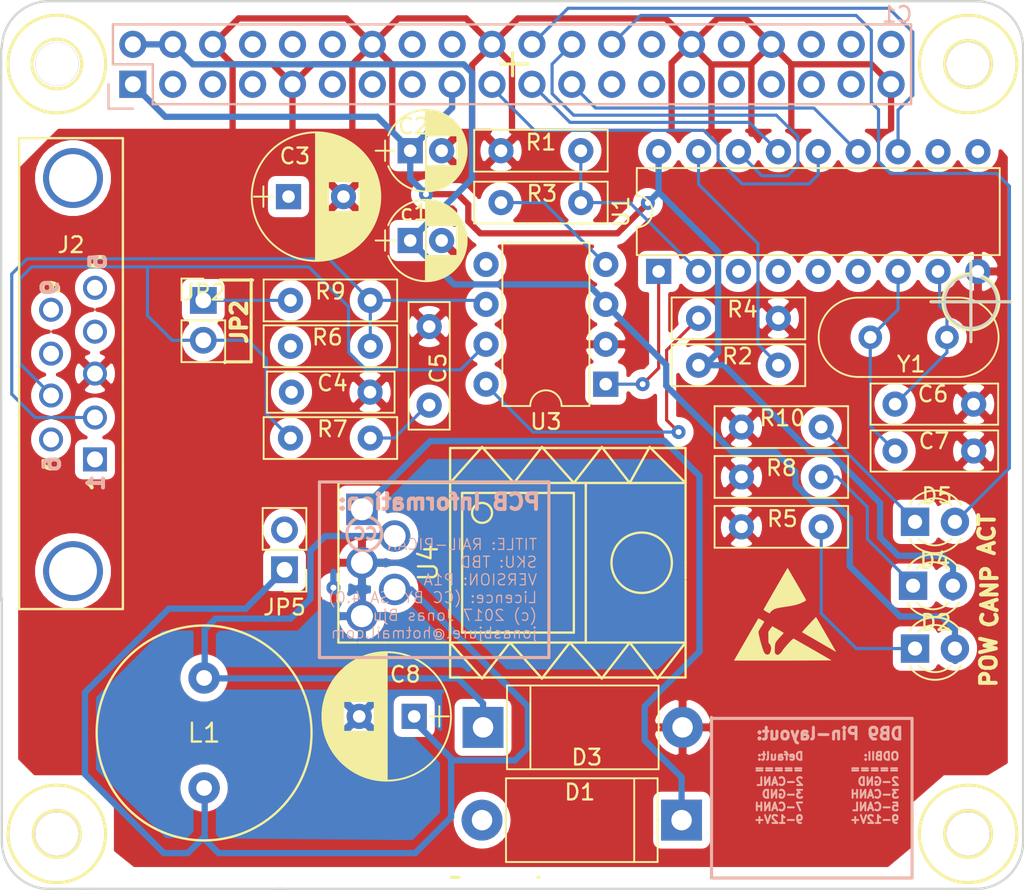
<source format=kicad_pcb>
(kicad_pcb (version 20171130) (host pcbnew "(5.1.4)-1")
  (title_block (title RAIL-PICAN) (date 2017-01-20) (rev P1A) (company "Jonas Bjurel (jonasbjurel@hotmail.com)") (comment 1 "Raspberry PI CANBUS interface HAT ") (comment 2 http://skpang.co.uk/catalog/pican2-canbus-board-for-raspberry-pi-23-p-1475.html))
  (layers (0 F.Cu signal) (31 B.Cu signal) (34 B.Paste user) (35 F.Paste user) (36 B.SilkS user hide) (37 F.SilkS user hide) (38 B.Mask user) (39 F.Mask user) (44 Edge.Cuts user))
  (net 0 "")
  (net 1 GND)
  (net 2 PI_5V)
  (net 3 PI_3V3)
  (net 4 "Net-(C1-Pad3)")
  (net 5 "Net-(C1-Pad5)")
  (net 6 "Net-(C1-Pad7)")
  (net 7 "Net-(C1-Pad8)")
  (net 8 "Net-(C1-Pad10)")
  (net 9 "Net-(C1-Pad11)")
  (net 10 "Net-(C1-Pad12)")
  (net 11 "Net-(C1-Pad13)")
  (net 12 "Net-(C1-Pad15)")
  (net 13 "Net-(C1-Pad16)")
  (net 14 "Net-(C1-Pad18)")
  (net 15 PI_SPI_MOSI)
  (net 16 PI_SPI_MISO)
  (net 17 PI_SPI_SCLK)
  (net 18 ~PI_SPI_CE0)
  (net 19 "Net-(C1-Pad25)")
  (net 20 ~PI_SPI_CE1)
  (net 21 "Net-(C1-Pad27)")
  (net 22 "Net-(C1-Pad28)")
  (net 23 "Net-(C1-Pad29)")
  (net 24 "Net-(C1-Pad31)")
  (net 25 "Net-(C1-Pad32)")
  (net 26 "Net-(C1-Pad33)")
  (net 27 "Net-(C1-Pad35)")
  (net 28 "Net-(C1-Pad36)")
  (net 29 "Net-(C1-Pad37)")
  (net 30 "Net-(C1-Pad38)")
  (net 31 "Net-(C1-Pad40)")
  (net 32 "Net-(C3-Pad1)")
  (net 33 "Net-(C4-Pad1)")
  (net 34 "Net-(C5-Pad1)")
  (net 35 OSC1)
  (net 36 +12V)
  (net 37 "Net-(D2-Pad1)")
  (net 38 "Net-(D4-Pad1)")
  (net 39 "Net-(D5-Pad1)")
  (net 40 CANH)
  (net 41 CANL)
  (net 42 "Net-(J2-Pad4)")
  (net 43 "Net-(J2-Pad5)")
  (net 44 "Net-(J2-Pad6)")
  (net 45 "Net-(J2-Pad8)")
  (net 46 "Net-(JP2-Pad1)")
  (net 47 "Net-(R1-Pad1)")
  (net 48 RST)
  (net 49 "Net-(R3-Pad1)")
  (net 50 "Net-(R4-Pad1)")
  (net 51 "Net-(U1-Pad1)")
  (net 52 "Net-(U1-Pad10)")
  (net 53 "Net-(U1-Pad11)")
  (net 54 "Net-(U1-Pad3)")
  (net 55 "Net-(U1-Pad4)")
  (net 56 "Net-(U1-Pad5)")
  (net 57 "Net-(U1-Pad6)")
  (net 58 OSC2)
  (net 59 "Net-(U3-Pad5)")
  (net 60 "Net-(C8-Pad1)")
  (net 61 "Net-(J2-Pad1)")
  (net 62 PI_SPI_INT)
  (net 63 "Net-(D3-Pad1)")
  (module railpican:coil_7mm (layer F.Cu) (at 30.1244 63.0936)
    (fp_text reference L1 (at 0 0) (layer F.SilkS) (effects (font (size 1.2 1.2))))
    (fp_text value "100 uH" hide)
    (pad 1 thru_hole oval (at 0 -3.5) (size 2 2) (drill 1) (layers *.Cu *.Mask) (net 63 "Net-(D3-Pad1)"))
    (pad 2 thru_hole oval (at 0 3.5) (size 2 2) (drill 1) (layers *.Cu *.Mask) (net 60 "Net-(C8-Pad1)"))
  )
  (module Capacitors_THT:CP_Radial_D8.0mm_P3.50mm (layer F.Cu) (at 43.4975 62.0395 180)
    (fp_text reference C8 (at 0.5715 2.667 180) (layer F.SilkS))
    (fp_text value "1000 uF")
    (pad 1 thru_hole rect (at 0 0 180) (size 1.6 1.6) (drill 0.8) (layers *.Cu *.Mask) (net 60 "Net-(C8-Pad1)"))
    (pad 2 thru_hole circle (at 3.5 0 180) (size 1.6 1.6) (drill 0.8) (layers *.Cu *.Mask) (net 1 GND))
  )
  (module Capacitors_THT:CP_Radial_D5.0mm_P2.00mm (layer F.Cu) (at 43.2435 31.75)
    (fp_text reference c1 (at 0.254 -1.778) (layer F.SilkS))
    (fp_text value 0.1uF)
    (pad 1 thru_hole rect (at 0 0) (size 1.6 1.6) (drill 0.8) (layers *.Cu *.Mask) (net 2 PI_5V))
    (pad 2 thru_hole circle (at 2 0) (size 1.6 1.6) (drill 0.8) (layers *.Cu *.Mask) (net 1 GND))
  )
  (module Housings_DIP:DIP-18_W7.62mm (layer F.Cu) (at 59.055 33.7185 90)
    (fp_text reference U1 (at 3.81 -2.39 90) (layer F.SilkS))
    (fp_text value MCP2515-E/ST-DIP)
    (pad 1 thru_hole rect (at 0 0 90) (size 1.6 1.6) (drill 0.8) (layers *.Cu *.Mask) (net 51 "Net-(U1-Pad1)"))
    (pad 10 thru_hole oval (at 7.62 20.32 90) (size 1.6 1.6) (drill 0.8) (layers *.Cu *.Mask) (net 52 "Net-(U1-Pad10)"))
    (pad 2 thru_hole oval (at 0 2.54 90) (size 1.6 1.6) (drill 0.8) (layers *.Cu *.Mask) (net 47 "Net-(R1-Pad1)"))
    (pad 11 thru_hole oval (at 7.62 17.78 90) (size 1.6 1.6) (drill 0.8) (layers *.Cu *.Mask) (net 53 "Net-(U1-Pad11)"))
    (pad 3 thru_hole oval (at 0 5.08 90) (size 1.6 1.6) (drill 0.8) (layers *.Cu *.Mask) (net 54 "Net-(U1-Pad3)"))
    (pad 12 thru_hole oval (at 7.62 15.24 90) (size 1.6 1.6) (drill 0.8) (layers *.Cu *.Mask) (net 62 PI_SPI_INT))
    (pad 4 thru_hole oval (at 0 7.62 90) (size 1.6 1.6) (drill 0.8) (layers *.Cu *.Mask) (net 55 "Net-(U1-Pad4)"))
    (pad 13 thru_hole oval (at 7.62 12.7 90) (size 1.6 1.6) (drill 0.8) (layers *.Cu *.Mask) (net 17 PI_SPI_SCLK))
    (pad 5 thru_hole oval (at 0 10.16 90) (size 1.6 1.6) (drill 0.8) (layers *.Cu *.Mask) (net 56 "Net-(U1-Pad5)"))
    (pad 14 thru_hole oval (at 7.62 10.16 90) (size 1.6 1.6) (drill 0.8) (layers *.Cu *.Mask) (net 15 PI_SPI_MOSI))
    (pad 6 thru_hole oval (at 0 12.7 90) (size 1.6 1.6) (drill 0.8) (layers *.Cu *.Mask) (net 57 "Net-(U1-Pad6)"))
    (pad 15 thru_hole oval (at 7.62 7.62 90) (size 1.6 1.6) (drill 0.8) (layers *.Cu *.Mask) (net 16 PI_SPI_MISO))
    (pad 7 thru_hole oval (at 0 15.24 90) (size 1.6 1.6) (drill 0.8) (layers *.Cu *.Mask) (net 58 OSC2))
    (pad 16 thru_hole oval (at 7.62 5.08 90) (size 1.6 1.6) (drill 0.8) (layers *.Cu *.Mask) (net 18 ~PI_SPI_CE0))
    (pad 8 thru_hole oval (at 0 17.78 90) (size 1.6 1.6) (drill 0.8) (layers *.Cu *.Mask) (net 35 OSC1))
    (pad 17 thru_hole oval (at 7.62 2.54 90) (size 1.6 1.6) (drill 0.8) (layers *.Cu *.Mask) (net 48 RST))
    (pad 9 thru_hole oval (at 0 20.32 90) (size 1.6 1.6) (drill 0.8) (layers *.Cu *.Mask) (net 1 GND))
    (pad 18 thru_hole oval (at 7.62 0 90) (size 1.6 1.6) (drill 0.8) (layers *.Cu *.Mask) (net 3 PI_3V3))
  )
  (module Crystals:Crystal_HC49-4H_Vertical (layer F.Cu) (at 77.4065 37.9095 180)
    (fp_text reference Y1 (at 2.2733 -1.7145 180) (layer F.SilkS))
    (fp_text value Crystal)
    (pad 1 thru_hole circle (at 0 0 180) (size 1.5 1.5) (drill 0.8) (layers *.Cu *.Mask) (net 35 OSC1))
    (pad 2 thru_hole circle (at 4.88 0 180) (size 1.5 1.5) (drill 0.8) (layers *.Cu *.Mask) (net 58 OSC2))
  )
  (module Resistors_THT:R_Box_L8.4mm_W2.5mm_P5.08mm (layer F.Cu) (at 64.3255 46.7995)
    (fp_text reference R8 (at 2.54 -0.5715) (layer F.SilkS))
    (fp_text value 1k)
    (pad 1 thru_hole circle (at 0 0) (size 1.6 1.6) (drill 0.8) (layers *.Cu *.Mask) (net 1 GND))
    (pad 2 thru_hole circle (at 5.08 0) (size 1.6 1.6) (drill 0.8) (layers *.Cu *.Mask) (net 38 "Net-(D4-Pad1)"))
  )
  (module Symbols:ESD-Logo_6.6x6mm_SilkScreen (layer F.Cu) (at 67.1068 55.5244)
    (fp_text reference REF*** hide)
    (fp_text value ESD-Logo_6.6x6mm_SilkScreen hide)
  )
  (module Diodes_THT:D_DO-201_P12.70mm_Horizontal (layer F.Cu) (at 47.879 62.738)
    (fp_text reference D3 (at 6.604 1.905) (layer F.SilkS))
    (fp_text value 1N5822)
    (pad 1 thru_hole rect (at 0 0) (size 2.6 2.6) (drill 1.3) (layers *.Cu *.Mask) (net 63 "Net-(D3-Pad1)"))
    (pad 2 thru_hole oval (at 12.7 0) (size 2.6 2.6) (drill 1.3) (layers *.Cu *.Mask) (net 1 GND))
  )
  (module railpican:TO220-5-Horizontal-Heatsink (layer F.Cu) (at 41.2115 52.2605 270)
    (fp_text reference U4 (at 0 -3.175 90) (layer F.SilkS) (effects (font (size 1.2 1.2))))
    (fp_text value LM2576-5)
    (pad 1 thru_hole rect (at -3.4 1.04 270) (size 2 2) (drill 1.4) (layers *.Cu *.Mask) (net 32 "Net-(C3-Pad1)"))
    (pad 2 thru_hole oval (at -1.7 -1.04 270) (size 2 2) (drill 1.4) (layers *.Cu *.Mask) (net 63 "Net-(D3-Pad1)"))
    (pad 3 thru_hole oval (at 0 1.04 270) (size 2 2) (drill 1.4) (layers *.Cu *.Mask) (net 1 GND))
    (pad 4 thru_hole oval (at 1.7 -1.04 270) (size 2 2) (drill 1.4) (layers *.Cu *.Mask) (net 60 "Net-(C8-Pad1)"))
    (pad 5 thru_hole oval (at 3.4 1.04 270) (size 2 2) (drill 1.4) (layers *.Cu *.Mask) (net 1 GND))
  )
  (module Connectors:DB9FD (layer F.Cu) (at 21.6535 40.2209 270)
    (fp_text reference J2 (at -8.1915 0 180) (layer F.SilkS))
    (fp_text value DB9)
    (pad 0 thru_hole circle (at -12.446 -0.127 270) (size 3.81 3.81) (drill 3.048) (layers *.Cu *.Mask))
    (pad 0 thru_hole circle (at 12.573 -0.127 270) (size 3.81 3.81) (drill 3.048) (layers *.Cu *.Mask))
    (pad 1 thru_hole rect (at 5.461 -1.524 270) (size 1.524 1.524) (drill 1.016) (layers *.Cu *.Mask) (net 61 "Net-(J2-Pad1)"))
    (pad 2 thru_hole circle (at 2.794 -1.524 270) (size 1.524 1.524) (drill 1.016) (layers *.Cu *.Mask) (net 41 CANL))
    (pad 3 thru_hole circle (at 0 -1.524 270) (size 1.524 1.524) (drill 1.016) (layers *.Cu *.Mask) (net 1 GND))
    (pad 4 thru_hole circle (at -2.667 -1.524 270) (size 1.524 1.524) (drill 1.016) (layers *.Cu *.Mask) (net 42 "Net-(J2-Pad4)"))
    (pad 5 thru_hole circle (at -5.461 -1.524 270) (size 1.524 1.524) (drill 1.016) (layers *.Cu *.Mask) (net 43 "Net-(J2-Pad5)"))
    (pad 6 thru_hole circle (at 4.191 1.27 270) (size 1.524 1.524) (drill 1.016) (layers *.Cu *.Mask) (net 44 "Net-(J2-Pad6)"))
    (pad 7 thru_hole circle (at 1.397 1.27 270) (size 1.524 1.524) (drill 1.016) (layers *.Cu *.Mask) (net 40 CANH))
    (pad 8 thru_hole circle (at -1.27 1.27 270) (size 1.524 1.524) (drill 1.016) (layers *.Cu *.Mask) (net 45 "Net-(J2-Pad8)"))
    (pad 9 thru_hole circle (at -4.064 1.27 270) (size 1.524 1.524) (drill 1.016) (layers *.Cu *.Mask) (net 36 +12V))
  )
  (module Socket_Strips:Socket_Strip_Straight_2x20 (layer B.Cu) (at 25.5905 21.8059)
    (fp_text reference C1 (at 48.641 -4.445) (layer B.SilkS) (effects (justify mirror)))
    (fp_text value CONN_02X20)
    (pad 1 thru_hole rect (at 0 0) (size 1.7272 1.7272) (drill 1.016) (layers *.Cu *.Mask) (net 3 PI_3V3))
    (pad 2 thru_hole oval (at 0 -2.54) (size 1.7272 1.7272) (drill 1.016) (layers *.Cu *.Mask) (net 2 PI_5V))
    (pad 3 thru_hole oval (at 2.54 0) (size 1.7272 1.7272) (drill 1.016) (layers *.Cu *.Mask) (net 4 "Net-(C1-Pad3)"))
    (pad 4 thru_hole oval (at 2.54 -2.54) (size 1.7272 1.7272) (drill 1.016) (layers *.Cu *.Mask) (net 2 PI_5V))
    (pad 5 thru_hole oval (at 5.08 0) (size 1.7272 1.7272) (drill 1.016) (layers *.Cu *.Mask) (net 5 "Net-(C1-Pad5)"))
    (pad 6 thru_hole oval (at 5.08 -2.54) (size 1.7272 1.7272) (drill 1.016) (layers *.Cu *.Mask) (net 1 GND))
    (pad 7 thru_hole oval (at 7.62 0) (size 1.7272 1.7272) (drill 1.016) (layers *.Cu *.Mask) (net 6 "Net-(C1-Pad7)"))
    (pad 8 thru_hole oval (at 7.62 -2.54) (size 1.7272 1.7272) (drill 1.016) (layers *.Cu *.Mask) (net 7 "Net-(C1-Pad8)"))
    (pad 9 thru_hole oval (at 10.16 0) (size 1.7272 1.7272) (drill 1.016) (layers *.Cu *.Mask) (net 1 GND))
    (pad 10 thru_hole oval (at 10.16 -2.54) (size 1.7272 1.7272) (drill 1.016) (layers *.Cu *.Mask) (net 8 "Net-(C1-Pad10)"))
    (pad 11 thru_hole oval (at 12.7 0) (size 1.7272 1.7272) (drill 1.016) (layers *.Cu *.Mask) (net 9 "Net-(C1-Pad11)"))
    (pad 12 thru_hole oval (at 12.7 -2.54) (size 1.7272 1.7272) (drill 1.016) (layers *.Cu *.Mask) (net 10 "Net-(C1-Pad12)"))
    (pad 13 thru_hole oval (at 15.24 0) (size 1.7272 1.7272) (drill 1.016) (layers *.Cu *.Mask) (net 11 "Net-(C1-Pad13)"))
    (pad 14 thru_hole oval (at 15.24 -2.54) (size 1.7272 1.7272) (drill 1.016) (layers *.Cu *.Mask) (net 1 GND))
    (pad 15 thru_hole oval (at 17.78 0) (size 1.7272 1.7272) (drill 1.016) (layers *.Cu *.Mask) (net 12 "Net-(C1-Pad15)"))
    (pad 16 thru_hole oval (at 17.78 -2.54) (size 1.7272 1.7272) (drill 1.016) (layers *.Cu *.Mask) (net 13 "Net-(C1-Pad16)"))
    (pad 17 thru_hole oval (at 20.32 0) (size 1.7272 1.7272) (drill 1.016) (layers *.Cu *.Mask) (net 3 PI_3V3))
    (pad 18 thru_hole oval (at 20.32 -2.54) (size 1.7272 1.7272) (drill 1.016) (layers *.Cu *.Mask) (net 14 "Net-(C1-Pad18)"))
    (pad 19 thru_hole oval (at 22.86 0) (size 1.7272 1.7272) (drill 1.016) (layers *.Cu *.Mask) (net 15 PI_SPI_MOSI))
    (pad 20 thru_hole oval (at 22.86 -2.54) (size 1.7272 1.7272) (drill 1.016) (layers *.Cu *.Mask) (net 1 GND))
    (pad 21 thru_hole oval (at 25.4 0) (size 1.7272 1.7272) (drill 1.016) (layers *.Cu *.Mask) (net 16 PI_SPI_MISO))
    (pad 22 thru_hole oval (at 25.4 -2.54) (size 1.7272 1.7272) (drill 1.016) (layers *.Cu *.Mask) (net 62 PI_SPI_INT))
    (pad 23 thru_hole oval (at 27.94 0) (size 1.7272 1.7272) (drill 1.016) (layers *.Cu *.Mask) (net 17 PI_SPI_SCLK))
    (pad 24 thru_hole oval (at 27.94 -2.54) (size 1.7272 1.7272) (drill 1.016) (layers *.Cu *.Mask) (net 18 ~PI_SPI_CE0))
    (pad 25 thru_hole oval (at 30.48 0) (size 1.7272 1.7272) (drill 1.016) (layers *.Cu *.Mask) (net 19 "Net-(C1-Pad25)"))
    (pad 26 thru_hole oval (at 30.48 -2.54) (size 1.7272 1.7272) (drill 1.016) (layers *.Cu *.Mask) (net 20 ~PI_SPI_CE1))
    (pad 27 thru_hole oval (at 33.02 0) (size 1.7272 1.7272) (drill 1.016) (layers *.Cu *.Mask) (net 21 "Net-(C1-Pad27)"))
    (pad 28 thru_hole oval (at 33.02 -2.54) (size 1.7272 1.7272) (drill 1.016) (layers *.Cu *.Mask) (net 22 "Net-(C1-Pad28)"))
    (pad 29 thru_hole oval (at 35.56 0) (size 1.7272 1.7272) (drill 1.016) (layers *.Cu *.Mask) (net 23 "Net-(C1-Pad29)"))
    (pad 30 thru_hole oval (at 35.56 -2.54) (size 1.7272 1.7272) (drill 1.016) (layers *.Cu *.Mask) (net 1 GND))
    (pad 31 thru_hole oval (at 38.1 0) (size 1.7272 1.7272) (drill 1.016) (layers *.Cu *.Mask) (net 24 "Net-(C1-Pad31)"))
    (pad 32 thru_hole oval (at 38.1 -2.54) (size 1.7272 1.7272) (drill 1.016) (layers *.Cu *.Mask) (net 25 "Net-(C1-Pad32)"))
    (pad 33 thru_hole oval (at 40.64 0) (size 1.7272 1.7272) (drill 1.016) (layers *.Cu *.Mask) (net 26 "Net-(C1-Pad33)"))
    (pad 34 thru_hole oval (at 40.64 -2.54) (size 1.7272 1.7272) (drill 1.016) (layers *.Cu *.Mask) (net 1 GND))
    (pad 35 thru_hole oval (at 43.18 0) (size 1.7272 1.7272) (drill 1.016) (layers *.Cu *.Mask) (net 27 "Net-(C1-Pad35)"))
    (pad 36 thru_hole oval (at 43.18 -2.54) (size 1.7272 1.7272) (drill 1.016) (layers *.Cu *.Mask) (net 28 "Net-(C1-Pad36)"))
    (pad 37 thru_hole oval (at 45.72 0) (size 1.7272 1.7272) (drill 1.016) (layers *.Cu *.Mask) (net 29 "Net-(C1-Pad37)"))
    (pad 38 thru_hole oval (at 45.72 -2.54) (size 1.7272 1.7272) (drill 1.016) (layers *.Cu *.Mask) (net 30 "Net-(C1-Pad38)"))
    (pad 39 thru_hole oval (at 48.26 0) (size 1.7272 1.7272) (drill 1.016) (layers *.Cu *.Mask) (net 1 GND))
    (pad 40 thru_hole oval (at 48.26 -2.54) (size 1.7272 1.7272) (drill 1.016) (layers *.Cu *.Mask) (net 31 "Net-(C1-Pad40)"))
  )
  (module Resistors_THT:R_Box_L8.4mm_W2.5mm_P5.08mm (layer F.Cu) (at 35.6235 44.323)
    (fp_text reference R7 (at 2.667 -0.5715) (layer F.SilkS))
    (fp_text value 100)
    (pad 1 thru_hole circle (at 0 0) (size 1.6 1.6) (drill 0.8) (layers *.Cu *.Mask) (net 40 CANH))
    (pad 2 thru_hole circle (at 5.08 0) (size 1.6 1.6) (drill 0.8) (layers *.Cu *.Mask) (net 34 "Net-(C5-Pad1)"))
  )
  (module Resistors_THT:R_Box_L8.4mm_W2.5mm_P5.08mm (layer F.Cu) (at 35.6235 35.56)
    (fp_text reference R9 (at 2.54 -0.5715) (layer F.SilkS))
    (fp_text value 120)
    (pad 1 thru_hole circle (at 0 0) (size 1.6 1.6) (drill 0.8) (layers *.Cu *.Mask) (net 46 "Net-(JP2-Pad1)"))
    (pad 2 thru_hole circle (at 5.08 0) (size 1.6 1.6) (drill 0.8) (layers *.Cu *.Mask) (net 41 CANL))
  )
  (module Housings_DIP:DIP-8_W7.62mm (layer F.Cu) (at 55.6895 40.894 180)
    (fp_text reference U3 (at 3.81 -2.39 180) (layer F.SilkS))
    (fp_text value MCP2551-I/P)
    (pad 1 thru_hole rect (at 0 0 180) (size 1.6 1.6) (drill 0.8) (layers *.Cu *.Mask) (net 51 "Net-(U1-Pad1)"))
    (pad 5 thru_hole oval (at 7.62 7.62 180) (size 1.6 1.6) (drill 0.8) (layers *.Cu *.Mask) (net 59 "Net-(U3-Pad5)"))
    (pad 2 thru_hole oval (at 0 2.54 180) (size 1.6 1.6) (drill 0.8) (layers *.Cu *.Mask) (net 1 GND))
    (pad 6 thru_hole oval (at 7.62 5.08 180) (size 1.6 1.6) (drill 0.8) (layers *.Cu *.Mask) (net 41 CANL))
    (pad 3 thru_hole oval (at 0 5.08 180) (size 1.6 1.6) (drill 0.8) (layers *.Cu *.Mask) (net 2 PI_5V))
    (pad 7 thru_hole oval (at 7.62 2.54 180) (size 1.6 1.6) (drill 0.8) (layers *.Cu *.Mask) (net 40 CANH))
    (pad 4 thru_hole oval (at 0 7.62 180) (size 1.6 1.6) (drill 0.8) (layers *.Cu *.Mask) (net 49 "Net-(R3-Pad1)"))
    (pad 8 thru_hole oval (at 7.62 0 180) (size 1.6 1.6) (drill 0.8) (layers *.Cu *.Mask) (net 50 "Net-(R4-Pad1)"))
  )
  (module Resistors_THT:R_Box_L8.4mm_W2.5mm_P5.08mm (layer F.Cu) (at 64.3255 49.9745)
    (fp_text reference R5 (at 2.6035 -0.508) (layer F.SilkS))
    (fp_text value 1k)
    (pad 1 thru_hole circle (at 0 0) (size 1.6 1.6) (drill 0.8) (layers *.Cu *.Mask) (net 1 GND))
    (pad 2 thru_hole circle (at 5.08 0) (size 1.6 1.6) (drill 0.8) (layers *.Cu *.Mask) (net 37 "Net-(D2-Pad1)"))
  )
  (module Diodes_THT:D_DO-201_P12.70mm_Horizontal (layer F.Cu) (at 60.5155 68.6435 180)
    (fp_text reference D1 (at 6.477 1.778 180) (layer F.SilkS))
    (fp_text value 1N5822)
    (pad 1 thru_hole rect (at 0 0 180) (size 2.6 2.6) (drill 1.3) (layers *.Cu *.Mask) (net 32 "Net-(C3-Pad1)"))
    (pad 2 thru_hole oval (at 12.7 0 180) (size 2.6 2.6) (drill 1.3) (layers *.Cu *.Mask) (net 36 +12V))
  )
  (module Capacitors_THT:CP_Radial_D8.0mm_P3.50mm (layer F.Cu) (at 35.4965 28.956)
    (fp_text reference C3 (at 0.4064 -2.5781) (layer F.SilkS))
    (fp_text value "100 uF")
    (pad 1 thru_hole rect (at 0 0) (size 1.6 1.6) (drill 0.8) (layers *.Cu *.Mask) (net 32 "Net-(C3-Pad1)"))
    (pad 2 thru_hole circle (at 3.5 0) (size 1.6 1.6) (drill 0.8) (layers *.Cu *.Mask) (net 1 GND))
  )
  (module dsk-drill-rpi-hat (layer F.Cu) (at 20.7525 69.5169)
    (fp_text reference H1 hide)
    (fp_text value DRILL hide)
    (pad 1 thru_hole circle (at 0 0) (size 2.75 2.75) (drill 2.75) (layers *.Cu) (clearance 1.725))
  )
  (module dsk-drill-rpi-hat (layer F.Cu) (at 78.7525 69.5169)
    (fp_text reference H2 hide)
    (fp_text value DRILL hide)
    (pad 1 thru_hole circle (at 0 0) (size 2.75 2.75) (drill 2.75) (layers *.Cu) (clearance 1.725))
  )
  (module dsk-drill-rpi-hat (layer F.Cu) (at 78.7525 20.5169)
    (fp_text reference H4 hide)
    (fp_text value DRILL hide)
    (pad 1 thru_hole circle (at 0 0) (size 2.75 2.75) (drill 2.75) (layers *.Cu) (clearance 1.725))
  )
  (module dsk-drill-rpi-hat (layer F.Cu) (at 20.7525 20.5169)
    (fp_text reference H3 hide)
    (fp_text value DRILL hide)
    (pad 1 thru_hole circle (at 0 0) (size 2.75 2.75) (drill 2.75) (layers *.Cu) (clearance 1.725))
  )
  (module Capacitors_THT:CP_Radial_D5.0mm_P2.00mm (layer F.Cu) (at 43.2435 26.035)
    (fp_text reference C2 (at 0.2032 -1.5621) (layer F.SilkS))
    (fp_text value 0.1uF)
    (pad 1 thru_hole rect (at 0 0) (size 1.6 1.6) (drill 0.8) (layers *.Cu *.Mask) (net 3 PI_3V3))
    (pad 2 thru_hole circle (at 2 0) (size 1.6 1.6) (drill 0.8) (layers *.Cu *.Mask) (net 1 GND))
  )
  (module Capacitors_THT:C_Disc_D8.0mm_W2.5mm_P5.00mm (layer F.Cu) (at 35.687 41.402)
    (fp_text reference C4 (at 2.6035 -0.5715) (layer F.SilkS))
    (fp_text value 560pF)
    (pad 1 thru_hole circle (at 0 0) (size 1.6 1.6) (drill 0.8) (layers *.Cu *.Mask) (net 33 "Net-(C4-Pad1)"))
    (pad 2 thru_hole circle (at 5 0) (size 1.6 1.6) (drill 0.8) (layers *.Cu *.Mask) (net 1 GND))
  )
  (module Capacitors_THT:C_Disc_D8.0mm_W2.5mm_P5.00mm (layer F.Cu) (at 44.45 42.2275 90)
    (fp_text reference C5 (at 2.3495 0.5715 90) (layer F.SilkS))
    (fp_text value 560pF)
    (pad 1 thru_hole circle (at 0 0 90) (size 1.6 1.6) (drill 0.8) (layers *.Cu *.Mask) (net 34 "Net-(C5-Pad1)"))
    (pad 2 thru_hole circle (at 5 0 90) (size 1.6 1.6) (drill 0.8) (layers *.Cu *.Mask) (net 1 GND))
  )
  (module Capacitors_THT:C_Disc_D8.0mm_W2.5mm_P5.00mm (layer F.Cu) (at 74.1045 42.164)
    (fp_text reference C6 (at 2.413 -0.635) (layer F.SilkS))
    (fp_text value "22 pF")
    (pad 1 thru_hole circle (at 0 0) (size 1.6 1.6) (drill 0.8) (layers *.Cu *.Mask) (net 35 OSC1))
    (pad 2 thru_hole circle (at 5 0) (size 1.6 1.6) (drill 0.8) (layers *.Cu *.Mask) (net 1 GND))
  )
  (module Capacitors_THT:C_Disc_D8.0mm_W2.5mm_P5.00mm (layer F.Cu) (at 74.1045 45.1485)
    (fp_text reference C7 (at 2.4765 -0.635) (layer F.SilkS))
    (fp_text value "22 pF")
    (pad 1 thru_hole circle (at 0 0) (size 1.6 1.6) (drill 0.8) (layers *.Cu *.Mask) (net 58 OSC2))
    (pad 2 thru_hole circle (at 5 0) (size 1.6 1.6) (drill 0.8) (layers *.Cu *.Mask) (net 1 GND))
  )
  (module LEDs:LED_D3.0mm (layer F.Cu) (at 75.3745 57.7215)
    (fp_text reference D2 (at 1.3335 -1.651) (layer F.SilkS))
    (fp_text value GREEN)
    (pad 1 thru_hole rect (at 0 0) (size 1.8 1.8) (drill 0.9) (layers *.Cu *.Mask) (net 37 "Net-(D2-Pad1)"))
    (pad 2 thru_hole circle (at 2.54 0) (size 1.8 1.8) (drill 0.9) (layers *.Cu *.Mask) (net 2 PI_5V))
  )
  (module LEDs:LED_D3.0mm (layer F.Cu) (at 75.2475 53.721)
    (fp_text reference D4 (at 1.397 -1.5875) (layer F.SilkS))
    (fp_text value Yellow)
    (pad 1 thru_hole rect (at 0 0) (size 1.8 1.8) (drill 0.9) (layers *.Cu *.Mask) (net 38 "Net-(D4-Pad1)"))
    (pad 2 thru_hole circle (at 2.54 0) (size 1.8 1.8) (drill 0.9) (layers *.Cu *.Mask) (net 3 PI_3V3))
  )
  (module LEDs:LED_D3.0mm (layer F.Cu) (at 75.3745 49.657)
    (fp_text reference D5 (at 1.397 -1.651) (layer F.SilkS))
    (fp_text value RED)
    (pad 1 thru_hole rect (at 0 0) (size 1.8 1.8) (drill 0.9) (layers *.Cu *.Mask) (net 39 "Net-(D5-Pad1)"))
    (pad 2 thru_hole circle (at 2.54 0) (size 1.8 1.8) (drill 0.9) (layers *.Cu *.Mask) (net 20 ~PI_SPI_CE1))
  )
  (module Pin_Headers:Pin_Header_Straight_1x02_Pitch2.54mm (layer F.Cu) (at 30.0736 35.56)
    (fp_text reference JP2 (at 0.0635 -0.508) (layer F.SilkS))
    (fp_text value JP2)
    (pad 1 thru_hole rect (at 0 0) (size 1.7 1.7) (drill 1) (layers *.Cu *.Mask) (net 46 "Net-(JP2-Pad1)"))
    (pad 2 thru_hole oval (at 0 2.54) (size 1.7 1.7) (drill 1) (layers *.Cu *.Mask) (net 40 CANH))
  )
  (module Resistors_THT:R_Box_L8.4mm_W2.5mm_P5.08mm (layer F.Cu) (at 54.102 26.035 180)
    (fp_text reference R1 (at 2.54 0.5334 180) (layer F.SilkS))
    (fp_text value 18k)
    (pad 1 thru_hole circle (at 0 0 180) (size 1.6 1.6) (drill 0.8) (layers *.Cu *.Mask) (net 47 "Net-(R1-Pad1)"))
    (pad 2 thru_hole circle (at 5.08 0 180) (size 1.6 1.6) (drill 0.8) (layers *.Cu *.Mask) (net 1 GND))
  )
  (module Resistors_THT:R_Box_L8.4mm_W2.5mm_P5.08mm (layer F.Cu) (at 66.675 39.6875 180)
    (fp_text reference R2 (at 2.6035 0.5715 180) (layer F.SilkS))
    (fp_text value 4k7)
    (pad 1 thru_hole circle (at 0 0 180) (size 1.6 1.6) (drill 0.8) (layers *.Cu *.Mask) (net 48 RST))
    (pad 2 thru_hole circle (at 5.08 0 180) (size 1.6 1.6) (drill 0.8) (layers *.Cu *.Mask) (net 3 PI_3V3))
  )
  (module Resistors_THT:R_Box_L8.4mm_W2.5mm_P5.08mm (layer F.Cu) (at 49.022 29.337)
    (fp_text reference R3 (at 2.6035 -0.5715) (layer F.SilkS))
    (fp_text value 10k)
    (pad 1 thru_hole circle (at 0 0) (size 1.6 1.6) (drill 0.8) (layers *.Cu *.Mask) (net 49 "Net-(R3-Pad1)"))
    (pad 2 thru_hole circle (at 5.08 0) (size 1.6 1.6) (drill 0.8) (layers *.Cu *.Mask) (net 47 "Net-(R1-Pad1)"))
  )
  (module Resistors_THT:R_Box_L8.4mm_W2.5mm_P5.08mm (layer F.Cu) (at 61.595 36.703)
    (fp_text reference R4 (at 2.794 -0.5715) (layer F.SilkS))
    (fp_text value 4k7)
    (pad 1 thru_hole circle (at 0 0) (size 1.6 1.6) (drill 0.8) (layers *.Cu *.Mask) (net 50 "Net-(R4-Pad1)"))
    (pad 2 thru_hole circle (at 5.08 0) (size 1.6 1.6) (drill 0.8) (layers *.Cu *.Mask) (net 1 GND))
  )
  (module Resistors_THT:R_Box_L8.4mm_W2.5mm_P5.08mm (layer F.Cu) (at 40.7035 38.481 180)
    (fp_text reference R6 (at 2.7305 0.5715 180) (layer F.SilkS))
    (fp_text value 100)
    (pad 1 thru_hole circle (at 0 0 180) (size 1.6 1.6) (drill 0.8) (layers *.Cu *.Mask) (net 41 CANL))
    (pad 2 thru_hole circle (at 5.08 0 180) (size 1.6 1.6) (drill 0.8) (layers *.Cu *.Mask) (net 33 "Net-(C4-Pad1)"))
  )
  (module Resistors_THT:R_Box_L8.4mm_W2.5mm_P5.08mm (layer F.Cu) (at 64.3255 43.6245)
    (fp_text reference R10 (at 2.6035 -0.5715) (layer F.SilkS))
    (fp_text value 1k)
    (pad 1 thru_hole circle (at 0 0) (size 1.6 1.6) (drill 0.8) (layers *.Cu *.Mask) (net 1 GND))
    (pad 2 thru_hole circle (at 5.08 0) (size 1.6 1.6) (drill 0.8) (layers *.Cu *.Mask) (net 39 "Net-(D5-Pad1)"))
  )
  (module Pin_Headers:Pin_Header_Straight_1x02_Pitch2.54mm (layer F.Cu) (at 35.2425 52.705 180)
    (fp_text reference JP5 (at 0 -2.39 180) (layer F.SilkS))
    (fp_text value "CAN Power")
    (pad 1 thru_hole rect (at 0 0 180) (size 1.7 1.7) (drill 1) (layers *.Cu *.Mask) (net 60 "Net-(C8-Pad1)"))
    (pad 2 thru_hole oval (at 0 2.54 180) (size 1.7 1.7) (drill 1) (layers *.Cu *.Mask) (net 2 PI_5V))
  )
  (gr_line (start 31.4452 39.4716) (end 31.4452 39.5224) (angle 90) (layer F.SilkS) (width 0.2))
  (gr_line (start 33.1216 39.4716) (end 31.4452 39.4716) (angle 90) (layer F.SilkS) (width 0.2))
  (gr_line (start 33.1216 34.2392) (end 33.1216 39.4716) (angle 90) (layer F.SilkS) (width 0.2))
  (target plus (at 78.9305 35.6489) (size 5) (width 0.15) (layer Edge.Cuts))
  (gr_line (start 75.184 62.1665) (end 62.4205 62.1665) (angle 90) (layer B.SilkS) (width 0.2))
  (gr_line (start 75.184 72.3265) (end 75.184 62.1665) (angle 90) (layer B.SilkS) (width 0.2))
  (gr_line (start 62.4205 72.3265) (end 75.184 72.3265) (angle 90) (layer B.SilkS) (width 0.2))
  (gr_line (start 62.4205 62.103) (end 62.4205 72.3265) (angle 90) (layer B.SilkS) (width 0.2))
  (gr_text 9 (at 20.32 34.7345 90) (layer B.SilkS) (effects (font (size 1 1) (thickness 0.25)) (justify mirror)))
  (gr_text 9 (at 20.3835 34.7345 90) (layer F.SilkS) (effects (font (size 1 1) (thickness 0.25))))
  (gr_text 5 (at 23.368 33.0835 90) (layer B.SilkS) (effects (font (size 1 1) (thickness 0.25)) (justify mirror)))
  (gr_text 5 (at 23.368 33.0835 90) (layer F.SilkS) (effects (font (size 1 1) (thickness 0.25))))
  (gr_text 6 (at 20.447 45.974 90) (layer B.SilkS) (effects (font (size 1 1) (thickness 0.25)) (justify mirror)))
  (gr_text 6 (at 20.447 45.974 90) (layer F.SilkS) (effects (font (size 1 1) (thickness 0.25))))
  (gr_text 1 (at 23.241 47.1805 90) (layer B.SilkS) (effects (font (size 1 1) (thickness 0.25)) (justify mirror)))
  (gr_text 1 (at 23.241 47.1805 90) (layer F.SilkS) (effects (font (size 1 1) (thickness 0.25))))
  (gr_text "Version: P1A" (at 25.7175 91.694) (layer F.SilkS) (effects (font (size 0.65 0.65) (thickness 0.125))))
  (gr_text "SKU: TBD" (at 24.8285 90.551) (layer F.SilkS) (effects (font (size 0.65 0.65) (thickness 0.125))))
  (gr_line (start 36.703 89.408) (end 36.703 89.4715) (angle 90) (layer F.SilkS) (width 0.2))
  (gr_line (start 22.225 89.408) (end 36.703 89.408) (angle 90) (layer F.SilkS) (width 0.2))
  (gr_line (start 36.703 92.456) (end 36.703 89.789) (angle 90) (layer F.SilkS) (width 0.2))
  (gr_line (start 22.225 92.456) (end 36.703 92.456) (angle 90) (layer F.SilkS) (width 0.2))
  (gr_line (start 22.225 89.5985) (end 22.225 92.456) (angle 90) (layer F.SilkS) (width 0.2))
  (gr_text CC (at 40.386 50.419) (layer B.SilkS) (effects (font (size 0.75 0.75) (thickness 0.1875)) (justify mirror)))
  (gr_circle (center 40.3225 50.419) (end 41.275 50.9905) (layer B.SilkS) (width 0.2))
  (gr_text "TITLE: RAIL-PICAN\nSKU: TBD\nVERSION: P1A\nLicence: (CC BY-SA 4.0)\n(c) 2017 Jonas Bjurel \njonasbjurel@hotmail.com" (at 51.3715 53.9115) (layer B.SilkS) (effects (font (size 0.7 0.7) (thickness 0.075)) (justify left mirror)))
  (gr_text "PCB Information:\n" (at 45.085 48.387) (layer B.SilkS) (effects (font (size 1 1) (thickness 0.25)) (justify mirror)))
  (gr_line (start 37.465 58.293) (end 37.973 58.293) (angle 90) (layer B.SilkS) (width 0.2))
  (gr_line (start 37.465 47.117) (end 37.465 58.293) (angle 90) (layer B.SilkS) (width 0.2))
  (gr_line (start 52.07 58.293) (end 37.846 58.293) (angle 90) (layer B.SilkS) (width 0.2))
  (gr_line (start 52.07 47.117) (end 52.07 58.293) (angle 90) (layer B.SilkS) (width 0.2))
  (gr_line (start 37.465 47.117) (end 52.07 47.117) (angle 90) (layer B.SilkS) (width 0.2))
  (gr_text "Default:\n=====\n2-CANL\n3-GND\n7-CANH\n9-12V+" (at 68.3387 66.5861) (layer B.SilkS) (effects (font (size 0.5 0.5) (thickness 0.125)) (justify left mirror)))
  (gr_text "ODBII:\n=====\n2-GND\n3-CANH\n5-CANL\n9-12V+" (at 74.4347 66.5861) (layer B.SilkS) (effects (font (size 0.5 0.5) (thickness 0.125)) (justify left mirror)))
  (gr_text "DB9 Pin-layout:" (at 69.9389 63.1444) (layer B.SilkS) (effects (font (size 0.75 0.75) (thickness 0.1875)) (justify mirror)))
  (gr_line (start 33.2105 34.2646) (end 31.1277 34.2646) (angle 90) (layer F.SilkS) (width 0.2))
  (gr_line (start 22.2504 89.8525) (end 22.2504 89.5604) (angle 90) (layer F.SilkS) (width 0.2))
  (gr_line (start 36.6903 89.8525) (end 22.2504 89.8525) (angle 90) (layer F.SilkS) (width 0.2))
  (gr_line (start 36.6903 89.662) (end 36.6903 89.8525) (angle 90) (layer F.SilkS) (width 0.2))
  (gr_text ACT (at 79.9465 50.4444 90) (layer F.SilkS) (effects (font (size 1 1) (thickness 0.25))))
  (gr_text POW (at 80.0608 58.547 90) (layer F.SilkS) (effects (font (size 1 1) (thickness 0.25))))
  (gr_text CANP (at 80.1243 54.4195 90) (layer F.SilkS) (effects (font (size 1 1) (thickness 0.25))))
  (gr_line (start 36.703 89.6874) (end 36.703 89.3064) (angle 90) (layer F.SilkS) (width 0.2))
  (gr_line (start 35.814 84.6709) (end 36.703 84.6709) (angle 90) (layer F.SilkS) (width 0.2))
  (gr_line (start 46.355 72.2884) (end 45.847 72.2884) (angle 90) (layer F.SilkS) (width 0.2))
  (gr_line (start 51.3715 72.2884) (end 51.435 72.2884) (angle 90) (layer F.SilkS) (width 0.2))
  (gr_line (start 22.225 84.7979) (end 22.352 84.7979) (angle 90) (layer F.SilkS) (width 0.2))
  (gr_line (start 22.225 89.6874) (end 22.225 84.7979) (angle 90) (layer F.SilkS) (width 0.2))
  (gr_line (start 36.703 84.7344) (end 36.703 89.2429) (angle 90) (layer F.SilkS) (width 0.2))
  (gr_line (start 22.225 84.6709) (end 35.7505 84.6709) (angle 90) (layer F.SilkS) (width 0.2))
  (gr_text JP2 (at 23.9395 87.5919) (layer F.SilkS) (effects (font (size 1 1) (thickness 0.25))))
  (gr_text JP2 (at 23.749 89.9414) (layer F.SilkS) (effects (font (size 0.127 1) (thickness 0.03175))))
  (gr_text OPEN (at 33.655 88.3539) (layer F.SilkS) (effects (font (size 1 1) (thickness 0.25))))
  (gr_circle (center 33.2105 86.8299) (end 33.2105 86.7029) (layer F.SilkS) (width 0.2))
  (gr_circle (center 33.9725 86.8299) (end 33.9725 86.9569) (layer F.SilkS) (width 0.2))
  (gr_line (start 29.21 86.8299) (end 28.448 86.8299) (angle 90) (layer F.SilkS) (width 0.2))
  (gr_text 120R (at 28.8925 88.3539) (layer F.SilkS) (effects (font (size 1 1) (thickness 0.25))))
  (gr_line (start 29.718 87.3379) (end 29.718 86.4489) (angle 90) (layer F.SilkS) (width 0.2))
  (gr_line (start 27.94 87.3379) (end 29.718 87.3379) (angle 90) (layer F.SilkS) (width 0.2))
  (gr_line (start 27.94 86.4489) (end 27.94 87.3379) (angle 90) (layer F.SilkS) (width 0.2))
  (gr_line (start 29.718 86.4489) (end 27.94 86.4489) (angle 90) (layer F.SilkS) (width 0.2))
  (gr_circle (center 29.21 86.8299) (end 29.21 86.9569) (layer F.SilkS) (width 0.2))
  (gr_circle (center 28.448 86.8299) (end 28.448 86.7029) (layer F.SilkS) (width 0.2))
  (gr_text "CAN Termination:" (at 28.956 85.5599) (layer F.SilkS) (effects (font (size 1 1) (thickness 0.25))))
  (gr_text JP2 (at 32.3596 36.9316 90) (layer F.SilkS) (effects (font (size 1 1) (thickness 0.25))))
  (gr_line (start 17.2085 54.6989) (end 17.2085 19.5199) (angle 90) (layer Edge.Cuts) (width 0.15))
  (gr_line (start 22.7525 73.0169) (end 35.1525 73.0169) (angle 90) (layer Edge.Cuts) (width 0.15))
  (gr_circle (center 78.9305 35.6489) (end 80.7085 35.6489) (layer F.SilkS) (width 0.2))
  (gr_line (start 78.9305 38.1889) (end 78.9305 33.1089) (angle 90) (layer F.SilkS) (width 0.2))
  (gr_line (start 76.3905 35.6489) (end 81.4705 35.6489) (angle 90) (layer F.SilkS) (width 0.2))
  (gr_line (start 22.2525 73.0169) (end 22.7525 73.0169) (angle 90) (layer Edge.Cuts) (width 0.15))
  (gr_line (start 34.7525 73.0169) (end 79.2525 73.0169) (angle 90) (layer Edge.Cuts) (width 0.15))
  (gr_line (start 20.2525 73.0169) (end 22.2525 73.0169) (angle 90) (layer Edge.Cuts) (width 0.15))
  (gr_circle (center 20.7525 69.5169) (end 23.8525 69.4169) (layer F.SilkS) (width 0.2))
  (gr_circle (center 20.7525 69.5169) (end 22.2525 69.5169) (layer F.SilkS) (width 0.2))
  (gr_circle (center 78.7525 69.5169) (end 81.8525 69.6169) (layer F.SilkS) (width 0.2))
  (gr_circle (center 78.7525 69.5169) (end 80.2525 69.5169) (layer F.SilkS) (width 0.2))
  (gr_circle (center 20.7525 20.5169) (end 23.8525 20.3169) (layer F.SilkS) (width 0.2))
  (gr_circle (center 78.7525 20.5169) (end 81.8525 20.6169) (layer F.SilkS) (width 0.2))
  (gr_circle (center 78.7525 20.5169) (end 80.2525 20.5169) (layer F.SilkS) (width 0.2))
  (gr_circle (center 20.7525 20.5169) (end 22.2525 21.0169) (layer F.SilkS) (width 0.2))
  (gr_line (start 49.7525 20.5169) (end 49.7525 19.7669) (angle 90) (layer F.SilkS) (width 0.2))
  (gr_line (start 49.7525 20.5169) (end 50.7525 20.5169) (angle 90) (layer F.SilkS) (width 0.2))
  (gr_line (start 49.7525 20.5169) (end 49.0025 20.5169) (angle 90) (layer F.SilkS) (width 0.2))
  (gr_line (start 49.7525 20.2669) (end 49.7525 21.2669) (angle 90) (layer F.SilkS) (width 0.2))
  (gr_line (start 17.2525 70.0169) (end 17.2525 54.5169) (angle 90) (layer Edge.Cuts) (width 0.15))
  (gr_arc (start 20.2525 70.0169) (end 20.2525 73.0169) (angle 90) (layer Edge.Cuts) (width 0.15))
  (gr_arc (start 79.2525 70.0169) (end 82.2525 70.0169) (angle 90) (layer Edge.Cuts) (width 0.15))
  (gr_line (start 82.2525 19.5169) (end 82.2525 70.0169) (angle 90) (layer Edge.Cuts) (width 0.15))
  (gr_arc (start 79.2525 19.5169) (end 79.2525 16.5169) (angle 90) (layer Edge.Cuts) (width 0.15))
  (gr_line (start 78.2525 16.5169) (end 79.2525 16.5169) (angle 90) (layer Edge.Cuts) (width 0.15))
  (gr_arc (start 20.2525 19.5169) (end 17.2525 19.5169) (angle 90) (layer Edge.Cuts) (width 0.15))
  (gr_line (start 20.2525 16.5169) (end 78.2525 16.5169) (angle 90) (layer Edge.Cuts) (width 0.15))
  (segment (start 38.354 52.832) (end 38.354 53.848) (width 0.4) (layer B.Cu) (net 0))
  (segment (start 38.354 53.848) (end 38.354 55.118) (width 0.4) (layer F.Cu) (net 0))
  (via (at 38.354 53.848) (size 0.889) (drill 0.381) (layers F.Cu B.Cu) (net 0))
  (segment (start 67.49415 20.52955) (end 67.49415 20.65655) (width 0.4) (layer F.Cu) (net 1))
  (segment (start 67.5005 20.6629) (end 67.5005 24.7777) (width 0.4) (layer F.Cu) (net 1))
  (segment (start 67.49415 20.65655) (end 67.5005 20.6629) (width 0.4) (layer F.Cu) (net 1))
  (segment (start 73.8505 21.8059) (end 73.8505 21.7932) (width 0.4) (layer F.Cu) (net 1))
  (segment (start 73.8505 21.7932) (end 72.5932 20.5359) (width 0.4) (layer F.Cu) (net 1))
  (segment (start 67.5005 20.5359) (end 67.49415 20.52955) (width 0.4) (layer F.Cu) (net 1))
  (segment (start 67.49415 20.52955) (end 66.2305 19.2659) (width 0.4) (layer F.Cu) (net 1))
  (segment (start 72.5932 20.5359) (end 67.5005 20.5359) (width 0.4) (layer F.Cu) (net 1))
  (segment (start 62.38875 20.54225) (end 64.92875 20.54225) (width 0.4) (layer F.Cu) (net 1))
  (segment (start 64.92875 20.54225) (end 64.9605 20.5105) (width 0.4) (layer F.Cu) (net 1))
  (segment (start 61.1505 19.2659) (end 61.1505 19.304) (width 0.4) (layer F.Cu) (net 1))
  (segment (start 61.1505 19.304) (end 62.38875 20.54225) (width 0.4) (layer F.Cu) (net 1))
  (segment (start 62.38875 20.54225) (end 62.4205 20.574) (width 0.4) (layer F.Cu) (net 1))
  (segment (start 62.4205 20.574) (end 62.4205 24.892) (width 0.4) (layer F.Cu) (net 1))
  (segment (start 66.2305 19.2659) (end 66.2051 19.2659) (width 0.4) (layer F.Cu) (net 1))
  (segment (start 66.2051 19.2659) (end 64.9605 20.5105) (width 0.4) (layer F.Cu) (net 1))
  (segment (start 64.9605 20.5105) (end 64.9605 24.9555) (width 0.4) (layer F.Cu) (net 1))
  (segment (start 31.9405 20.5359) (end 31.9405 24.8285) (width 0.4) (layer F.Cu) (net 1))
  (segment (start 31.9405 24.8285) (end 31.877 24.892) (width 0.4) (layer F.Cu) (net 1))
  (segment (start 35.7505 21.8059) (end 35.7505 24.8285) (width 0.4) (layer F.Cu) (net 1))
  (segment (start 39.5605 20.5359) (end 39.5605 24.765) (width 0.4) (layer F.Cu) (net 1))
  (segment (start 39.5605 24.765) (end 39.497 24.8285) (width 0.4) (layer F.Cu) (net 1))
  (segment (start 40.8305 19.2659) (end 40.8305 19.304) (width 0.4) (layer F.Cu) (net 1))
  (segment (start 40.8305 19.304) (end 42.1005 20.574) (width 0.4) (layer F.Cu) (net 1))
  (segment (start 42.1005 20.574) (end 42.1005 24.765) (width 0.4) (layer F.Cu) (net 1))
  (segment (start 48.4505 19.2659) (end 48.4505 19.304) (width 0.4) (layer F.Cu) (net 1))
  (segment (start 48.4505 19.304) (end 47.1805 20.574) (width 0.4) (layer F.Cu) (net 1))
  (segment (start 47.1805 20.574) (end 47.1805 24.8285) (width 0.4) (layer F.Cu) (net 1))
  (segment (start 48.4505 19.2659) (end 48.4759 19.2659) (width 0.4) (layer F.Cu) (net 1))
  (segment (start 48.4759 19.2659) (end 49.7205 20.5105) (width 0.4) (layer F.Cu) (net 1))
  (segment (start 49.7205 20.5105) (end 49.7205 24.765) (width 0.4) (layer F.Cu) (net 1))
  (segment (start 61.1505 19.2659) (end 61.0616 19.2659) (width 0.4) (layer F.Cu) (net 1))
  (segment (start 61.0616 19.2659) (end 59.8805 20.447) (width 0.4) (layer F.Cu) (net 1))
  (segment (start 59.8805 20.447) (end 59.8805 24.8285) (width 0.4) (layer F.Cu) (net 1))
  (segment (start 66.2305 19.2659) (end 66.2559 19.2659) (width 0.4) (layer F.Cu) (net 1))
  (segment (start 73.8505 21.8059) (end 73.8505 24.638) (width 0.4) (layer F.Cu) (net 1))
  (segment (start 45.2435 26.035) (end 45.4914 26.035) (width 0.4) (layer F.Cu) (net 1))
  (segment (start 35.7505 21.8059) (end 37.0205 20.5359) (width 0.4) (layer F.Cu) (net 1))
  (segment (start 39.5605 20.5359) (end 40.8305 19.2659) (width 0.4) (layer F.Cu) (net 1))
  (segment (start 37.0205 20.5359) (end 39.5605 20.5359) (width 0.4) (layer F.Cu) (net 1))
  (segment (start 35.7505 21.8059) (end 34.4805 20.5359) (width 0.4) (layer F.Cu) (net 1))
  (segment (start 31.9405 20.5359) (end 30.6705 19.2659) (width 0.4) (layer F.Cu) (net 1))
  (segment (start 34.4805 20.5359) (end 31.9405 20.5359) (width 0.4) (layer F.Cu) (net 1))
  (segment (start 40.8305 19.2659) (end 39.1795 17.6149) (width 0.4) (layer F.Cu) (net 1))
  (segment (start 39.1795 17.6149) (end 32.3215 17.6149) (width 0.4) (layer F.Cu) (net 1))
  (segment (start 32.3215 17.6149) (end 30.6705 19.2659) (width 0.4) (layer F.Cu) (net 1))
  (segment (start 48.4505 19.2659) (end 46.7995 17.6149) (width 0.4) (layer F.Cu) (net 1))
  (segment (start 46.7995 17.6149) (end 42.4815 17.6149) (width 0.4) (layer F.Cu) (net 1))
  (segment (start 42.4815 17.6149) (end 40.8305 19.2659) (width 0.4) (layer F.Cu) (net 1))
  (segment (start 61.1505 19.2659) (end 59.4995 17.6149) (width 0.4) (layer F.Cu) (net 1))
  (segment (start 50.1015 17.6149) (end 48.4505 19.2659) (width 0.4) (layer F.Cu) (net 1))
  (segment (start 59.4995 17.6149) (end 50.1015 17.6149) (width 0.4) (layer F.Cu) (net 1))
  (segment (start 66.2305 19.2659) (end 64.5795 17.6149) (width 0.4) (layer F.Cu) (net 1))
  (segment (start 62.8015 17.6149) (end 61.1505 19.2659) (width 0.4) (layer F.Cu) (net 1))
  (segment (start 64.5795 17.6149) (end 62.8015 17.6149) (width 0.4) (layer F.Cu) (net 1))
  (segment (start 30.7025 19.2469) (end 30.7785 19.2469) (width 0.254) (layer F.Cu) (net 1))
  (segment (start 30.7025 19.2469) (end 30.7025 18.5989) (width 0.254) (layer F.Cu) (net 1))
  (segment (start 48.4825 19.2469) (end 48.4825 19.4249) (width 0.254) (layer F.Cu) (net 1))
  (segment (start 66.2625 19.2469) (end 66.2625 19.6789) (width 0.254) (layer F.Cu) (net 1))
  (segment (start 77.9145 57.7215) (end 77.9145 56.5277) (width 0.4) (layer B.Cu) (net 2))
  (segment (start 59.5376 39.6621) (end 55.6895 35.814) (width 0.4) (layer B.Cu) (net 2))
  (segment (start 59.5376 40.9956) (end 59.5376 39.6621) (width 0.4) (layer B.Cu) (net 2))
  (segment (start 63.754 45.212) (end 59.5376 40.9956) (width 0.4) (layer B.Cu) (net 2))
  (segment (start 66.4972 45.212) (end 63.754 45.212) (width 0.4) (layer B.Cu) (net 2))
  (segment (start 67.7672 46.482) (end 66.4972 45.212) (width 0.4) (layer B.Cu) (net 2))
  (segment (start 67.7672 47.2948) (end 67.7672 46.482) (width 0.4) (layer B.Cu) (net 2))
  (segment (start 68.834 48.3616) (end 67.7672 47.2948) (width 0.4) (layer B.Cu) (net 2))
  (segment (start 70.1548 48.3616) (end 68.834 48.3616) (width 0.4) (layer B.Cu) (net 2))
  (segment (start 71.2216 49.4284) (end 70.1548 48.3616) (width 0.4) (layer B.Cu) (net 2))
  (segment (start 71.2216 52.4764) (end 71.2216 49.4284) (width 0.4) (layer B.Cu) (net 2))
  (segment (start 74.422 55.6768) (end 71.2216 52.4764) (width 0.4) (layer B.Cu) (net 2))
  (segment (start 77.0636 55.6768) (end 74.422 55.6768) (width 0.4) (layer B.Cu) (net 2))
  (segment (start 77.9145 56.5277) (end 77.0636 55.6768) (width 0.4) (layer B.Cu) (net 2))
  (segment (start 55.6895 35.814) (end 55.6895 35.6743) (width 0.4) (layer B.Cu) (net 2))
  (segment (start 55.6895 35.6743) (end 54.5592 34.544) (width 0.4) (layer B.Cu) (net 2))
  (segment (start 54.5592 34.544) (end 46.0375 34.544) (width 0.4) (layer B.Cu) (net 2))
  (segment (start 46.0375 34.544) (end 43.2435 31.75) (width 0.4) (layer B.Cu) (net 2))
  (segment (start 28.1305 19.2659) (end 28.1432 19.2659) (width 0.4) (layer B.Cu) (net 2))
  (segment (start 28.1432 19.2659) (end 29.4132 20.5359) (width 0.4) (layer B.Cu) (net 2))
  (segment (start 47.1805 27.813) (end 43.2435 31.75) (width 0.4) (layer B.Cu) (net 2))
  (segment (start 47.1805 21.0693) (end 47.1805 27.813) (width 0.4) (layer B.Cu) (net 2))
  (segment (start 46.6471 20.5359) (end 47.1805 21.0693) (width 0.4) (layer B.Cu) (net 2))
  (segment (start 29.4132 20.5359) (end 46.6471 20.5359) (width 0.4) (layer B.Cu) (net 2))
  (segment (start 25.5905 19.2659) (end 28.1305 19.2659) (width 0.4) (layer B.Cu) (net 2))
  (segment (start 77.9145 58.5089) (end 77.9526 58.5089) (width 0.4) (layer B.Cu) (net 2))
  (segment (start 77.7875 53.721) (end 77.7875 52.4891) (width 0.4) (layer B.Cu) (net 3))
  (segment (start 63.2079 39.6875) (end 61.595 39.6875) (width 0.4) (layer B.Cu) (net 3))
  (segment (start 68.6816 45.1612) (end 63.2079 39.6875) (width 0.4) (layer B.Cu) (net 3))
  (segment (start 69.85 45.1612) (end 68.6816 45.1612) (width 0.4) (layer B.Cu) (net 3))
  (segment (start 73.152 48.4632) (end 69.85 45.1612) (width 0.4) (layer B.Cu) (net 3))
  (segment (start 73.152 50.6476) (end 73.152 48.4632) (width 0.4) (layer B.Cu) (net 3))
  (segment (start 74.3204 51.816) (end 73.152 50.6476) (width 0.4) (layer B.Cu) (net 3))
  (segment (start 77.1144 51.816) (end 74.3204 51.816) (width 0.4) (layer B.Cu) (net 3))
  (segment (start 77.7875 52.4891) (end 77.1144 51.816) (width 0.4) (layer B.Cu) (net 3))
  (segment (start 56.3372 31.2928) (end 56.4388 31.2928) (width 0.4) (layer F.Cu) (net 3))
  (segment (start 43.2435 27.8003) (end 44.2468 28.8036) (width 0.4) (layer B.Cu) (net 3))
  (via (at 44.2468 28.8036) (size 0.889) (drill 0.381) (layers F.Cu B.Cu) (net 3))
  (segment (start 44.2468 28.8036) (end 46.2788 28.8036) (width 0.4) (layer F.Cu) (net 3))
  (segment (start 46.2788 28.8036) (end 46.9392 29.464) (width 0.4) (layer F.Cu) (net 3))
  (segment (start 46.9392 29.464) (end 46.9392 30.5308) (width 0.4) (layer F.Cu) (net 3))
  (segment (start 46.9392 30.5308) (end 47.7012 31.2928) (width 0.4) (layer F.Cu) (net 3))
  (segment (start 47.7012 31.2928) (end 56.3372 31.2928) (width 0.4) (layer F.Cu) (net 3))
  (segment (start 43.2435 26.035) (end 43.2435 27.8003) (width 0.4) (layer B.Cu) (net 3))
  (segment (start 58.3692 29.3624) (end 59.055 28.6766) (width 0.4) (layer B.Cu) (net 3))
  (via (at 58.3692 29.3624) (size 0.889) (drill 0.381) (layers F.Cu B.Cu) (net 3))
  (segment (start 56.4388 31.2928) (end 58.3692 29.3624) (width 0.4) (layer F.Cu) (net 3))
  (segment (start 61.595 39.6875) (end 62.0141 39.6875) (width 0.4) (layer B.Cu) (net 3))
  (segment (start 62.0141 39.6875) (end 62.8396 38.862) (width 0.4) (layer B.Cu) (net 3))
  (segment (start 62.8396 32.4612) (end 59.055 28.6766) (width 0.4) (layer B.Cu) (net 3))
  (segment (start 62.8396 38.862) (end 62.8396 32.4612) (width 0.4) (layer B.Cu) (net 3))
  (segment (start 59.055 28.6766) (end 59.055 26.0985) (width 0.4) (layer B.Cu) (net 3))
  (segment (start 43.2435 26.035) (end 43.2435 25.9715) (width 0.4) (layer B.Cu) (net 3))
  (segment (start 43.2435 25.9715) (end 45.9105 23.3045) (width 0.4) (layer B.Cu) (net 3))
  (segment (start 45.9105 23.3045) (end 45.9105 21.8059) (width 0.4) (layer B.Cu) (net 3))
  (segment (start 43.2435 25.9715) (end 41.148 23.876) (width 0.4) (layer B.Cu) (net 3))
  (segment (start 27.6606 23.876) (end 25.5905 21.8059) (width 0.4) (layer B.Cu) (net 3))
  (segment (start 41.148 23.876) (end 27.6606 23.876) (width 0.4) (layer B.Cu) (net 3))
  (segment (start 43.2435 25.4381) (end 43.2435 26.035) (width 0.4) (layer B.Cu) (net 3))
  (segment (start 25.5905 21.8059) (end 25.60574 21.8059) (width 0.4) (layer B.Cu) (net 3))
  (segment (start 77.7875 54.4449) (end 77.7875 54.483) (width 0.4) (layer B.Cu) (net 3))
  (segment (start 62.8396 25.654) (end 62.8396 26.6192) (width 0.2) (layer B.Cu) (net 15))
  (segment (start 61.9252 24.7396) (end 62.8396 25.654) (width 0.2) (layer B.Cu) (net 15))
  (segment (start 51.1556 24.7396) (end 61.9252 24.7396) (width 0.2) (layer B.Cu) (net 15))
  (segment (start 48.4505 22.0345) (end 51.1556 24.7396) (width 0.2) (layer B.Cu) (net 15))
  (segment (start 69.215 27.559) (end 69.215 26.0985) (width 0.2) (layer B.Cu) (net 15))
  (segment (start 68.6308 28.1432) (end 69.215 27.559) (width 0.2) (layer B.Cu) (net 15))
  (segment (start 64.3636 28.1432) (end 68.6308 28.1432) (width 0.2) (layer B.Cu) (net 15))
  (segment (start 62.8396 26.6192) (end 64.3636 28.1432) (width 0.2) (layer B.Cu) (net 15))
  (segment (start 48.4505 21.8059) (end 48.4505 22.0345) (width 0.2) (layer B.Cu) (net 15))
  (segment (start 66.675 26.0985) (end 66.675 26.0858) (width 0.2) (layer B.Cu) (net 16))
  (segment (start 66.675 26.0858) (end 64.8208 24.2316) (width 0.2) (layer B.Cu) (net 16))
  (segment (start 64.8208 24.2316) (end 53.4162 24.2316) (width 0.2) (layer B.Cu) (net 16))
  (segment (start 53.4162 24.2316) (end 50.9905 21.8059) (width 0.2) (layer B.Cu) (net 16))
  (segment (start 71.755 26.0985) (end 71.7169 26.0985) (width 0.2) (layer B.Cu) (net 17))
  (segment (start 71.7169 26.0985) (end 68.9356 23.3172) (width 0.2) (layer B.Cu) (net 17))
  (segment (start 68.9356 23.3172) (end 55.0418 23.3172) (width 0.2) (layer B.Cu) (net 17))
  (segment (start 55.0418 23.3172) (end 53.5305 21.8059) (width 0.2) (layer B.Cu) (net 17))
  (segment (start 64.135 26.0985) (end 64.135 26.1366) (width 0.2) (layer B.Cu) (net 18))
  (segment (start 64.135 26.1366) (end 65.6336 27.6352) (width 0.2) (layer B.Cu) (net 18))
  (segment (start 65.6336 27.6352) (end 67.2592 27.6352) (width 0.2) (layer B.Cu) (net 18))
  (segment (start 67.2592 27.6352) (end 67.9196 26.9748) (width 0.2) (layer B.Cu) (net 18))
  (segment (start 67.9196 26.9748) (end 67.9196 25.146) (width 0.2) (layer B.Cu) (net 18))
  (segment (start 67.9196 25.146) (end 66.548 23.7744) (width 0.2) (layer B.Cu) (net 18))
  (segment (start 66.548 23.7744) (end 53.6448 23.7744) (width 0.2) (layer B.Cu) (net 18))
  (segment (start 53.6448 23.7744) (end 52.2732 22.4028) (width 0.2) (layer B.Cu) (net 18))
  (segment (start 52.2732 22.4028) (end 52.2732 20.5232) (width 0.2) (layer B.Cu) (net 18))
  (segment (start 52.2732 20.5232) (end 53.5305 19.2659) (width 0.2) (layer B.Cu) (net 18))
  (segment (start 77.9145 49.657) (end 77.9526 49.657) (width 0.2) (layer B.Cu) (net 20))
  (segment (start 77.9526 49.657) (end 81.3816 46.228) (width 0.2) (layer B.Cu) (net 20))
  (segment (start 81.3816 46.228) (end 81.3816 28.2956) (width 0.2) (layer B.Cu) (net 20))
  (segment (start 81.3816 28.2956) (end 80.5688 27.4828) (width 0.2) (layer B.Cu) (net 20))
  (segment (start 80.5688 27.4828) (end 73.8124 27.4828) (width 0.2) (layer B.Cu) (net 20))
  (segment (start 73.8124 27.4828) (end 73.0504 26.7208) (width 0.2) (layer B.Cu) (net 20))
  (segment (start 73.0504 26.7208) (end 73.0504 23.4188) (width 0.2) (layer B.Cu) (net 20))
  (segment (start 73.0504 23.4188) (end 72.5932 22.9616) (width 0.2) (layer B.Cu) (net 20))
  (segment (start 72.5932 22.9616) (end 72.5932 18.3896) (width 0.2) (layer B.Cu) (net 20))
  (segment (start 72.5932 18.3896) (end 71.628 17.4244) (width 0.2) (layer B.Cu) (net 20))
  (segment (start 71.628 17.4244) (end 57.912 17.4244) (width 0.2) (layer B.Cu) (net 20))
  (segment (start 57.912 17.4244) (end 56.0705 19.2659) (width 0.2) (layer B.Cu) (net 20))
  (segment (start 58.6425 19.2469) (end 58.5025 19.2469) (width 0.254) (layer B.Cu) (net 22))
  (segment (start 60.5155 68.6435) (end 60.5155 65.913) (width 0.4) (layer B.Cu) (net 32))
  (segment (start 44.5185 44.5135) (end 40.1715 48.8605) (width 0.4) (layer B.Cu) (net 32))
  (segment (start 59.436 44.5135) (end 44.5185 44.5135) (width 0.4) (layer B.Cu) (net 32))
  (segment (start 61.6585 46.736) (end 59.436 44.5135) (width 0.4) (layer B.Cu) (net 32))
  (segment (start 61.6585 57.912) (end 61.6585 46.736) (width 0.4) (layer B.Cu) (net 32))
  (segment (start 58.166 61.4045) (end 61.6585 57.912) (width 0.4) (layer B.Cu) (net 32))
  (segment (start 58.166 63.5635) (end 58.166 61.4045) (width 0.4) (layer B.Cu) (net 32))
  (segment (start 60.5155 65.913) (end 58.166 63.5635) (width 0.4) (layer B.Cu) (net 32))
  (segment (start 44.45 42.2275) (end 44.3357 42.2275) (width 0.2) (layer B.Cu) (net 34))
  (segment (start 44.3357 42.2275) (end 42.2402 44.323) (width 0.2) (layer B.Cu) (net 34))
  (segment (start 42.2402 44.323) (end 40.7035 44.323) (width 0.2) (layer B.Cu) (net 34))
  (segment (start 77.4065 37.9095) (end 77.4065 36.3855) (width 0.2) (layer B.Cu) (net 35))
  (segment (start 76.9366 35.9156) (end 76.9366 33.8201) (width 0.2) (layer B.Cu) (net 35))
  (segment (start 77.4065 36.3855) (end 76.9366 35.9156) (width 0.2) (layer B.Cu) (net 35))
  (segment (start 76.9366 33.8201) (end 76.835 33.7185) (width 0.2) (layer B.Cu) (net 35))
  (segment (start 74.1045 42.164) (end 74.1172 42.164) (width 0.2) (layer B.Cu) (net 35))
  (segment (start 74.1172 42.164) (end 77.4065 38.8747) (width 0.2) (layer B.Cu) (net 35))
  (segment (start 77.4065 38.8747) (end 77.4065 37.9095) (width 0.2) (layer B.Cu) (net 35))
  (segment (start 20.5105 36.2839) (end 20.3835 36.1569) (width 0.2) (layer F.Cu) (net 36))
  (segment (start 20.3835 36.1569) (end 20.5105 36.2839) (width 0.2) (layer B.Cu) (net 36))
  (segment (start 75.3745 57.7215) (end 71.6407 57.7215) (width 0.2) (layer B.Cu) (net 37))
  (segment (start 69.4055 55.4863) (end 69.4055 49.9745) (width 0.2) (layer B.Cu) (net 37))
  (segment (start 71.6407 57.7215) (end 69.4055 55.4863) (width 0.2) (layer B.Cu) (net 37))
  (segment (start 75.2475 53.721) (end 75.2475 53.6575) (width 0.2) (layer B.Cu) (net 38))
  (segment (start 75.2475 53.6575) (end 72.3392 50.7492) (width 0.2) (layer B.Cu) (net 38))
  (segment (start 72.3392 50.7492) (end 72.3392 48.7172) (width 0.2) (layer B.Cu) (net 38))
  (segment (start 72.3392 48.7172) (end 70.4215 46.7995) (width 0.2) (layer B.Cu) (net 38))
  (segment (start 70.4215 46.7995) (end 69.4055 46.7995) (width 0.2) (layer B.Cu) (net 38))
  (segment (start 75.3745 49.657) (end 75.3745 49.5935) (width 0.2) (layer B.Cu) (net 39))
  (segment (start 75.3745 49.5935) (end 69.4055 43.6245) (width 0.2) (layer B.Cu) (net 39))
  (segment (start 30.0736 38.1) (end 32.9184 38.1) (width 0.2) (layer B.Cu) (net 40))
  (segment (start 34.0868 42.7863) (end 35.6235 44.323) (width 0.2) (layer B.Cu) (net 40))
  (segment (start 34.0868 39.2684) (end 34.0868 42.7863) (width 0.2) (layer B.Cu) (net 40))
  (segment (start 32.9184 38.1) (end 34.0868 39.2684) (width 0.2) (layer B.Cu) (net 40))
  (segment (start 26.5176 33.4264) (end 26.5176 36.5252) (width 0.2) (layer B.Cu) (net 40))
  (segment (start 28.0924 38.1) (end 30.0736 38.1) (width 0.2) (layer B.Cu) (net 40))
  (segment (start 26.5176 36.5252) (end 28.0924 38.1) (width 0.2) (layer B.Cu) (net 40))
  (segment (start 20.3835 41.6179) (end 20.3835 41.5671) (width 0.2) (layer B.Cu) (net 40))
  (segment (start 20.3835 41.5671) (end 18.3896 39.5732) (width 0.2) (layer B.Cu) (net 40))
  (segment (start 18.3896 39.5732) (end 18.3896 34.1884) (width 0.2) (layer B.Cu) (net 40))
  (segment (start 18.3896 34.1884) (end 19.1516 33.4264) (width 0.2) (layer B.Cu) (net 40))
  (segment (start 19.1516 33.4264) (end 26.5176 33.4264) (width 0.2) (layer B.Cu) (net 40))
  (segment (start 26.5176 33.4264) (end 36.7792 33.4264) (width 0.2) (layer B.Cu) (net 40))
  (segment (start 36.7792 33.4264) (end 39.3192 35.9664) (width 0.2) (layer B.Cu) (net 40))
  (segment (start 39.3192 35.9664) (end 39.3192 38.862) (width 0.2) (layer B.Cu) (net 40))
  (segment (start 39.3192 38.862) (end 40.4368 39.9796) (width 0.2) (layer B.Cu) (net 40))
  (segment (start 40.4368 39.9796) (end 46.4439 39.9796) (width 0.2) (layer B.Cu) (net 40))
  (segment (start 46.4439 39.9796) (end 48.0695 38.354) (width 0.2) (layer B.Cu) (net 40))
  (segment (start 40.7035 35.56) (end 47.8155 35.56) (width 0.2) (layer B.Cu) (net 41))
  (segment (start 47.8155 35.56) (end 48.0695 35.814) (width 0.2) (layer B.Cu) (net 41))
  (segment (start 23.1775 43.0149) (end 19.3675 43.0149) (width 0.2) (layer B.Cu) (net 41))
  (segment (start 38.0619 32.9184) (end 40.7035 35.56) (width 0.2) (layer B.Cu) (net 41))
  (segment (start 18.8468 32.9184) (end 38.0619 32.9184) (width 0.2) (layer B.Cu) (net 41))
  (segment (start 17.8816 33.8836) (end 18.8468 32.9184) (width 0.2) (layer B.Cu) (net 41))
  (segment (start 17.8816 41.529) (end 17.8816 33.8836) (width 0.2) (layer B.Cu) (net 41))
  (segment (start 19.3675 43.0149) (end 17.8816 41.529) (width 0.2) (layer B.Cu) (net 41))
  (segment (start 40.7035 35.56) (end 40.7035 38.481) (width 0.2) (layer B.Cu) (net 41))
  (segment (start 30.0736 35.56) (end 35.6235 35.56) (width 0.2) (layer B.Cu) (net 46))
  (segment (start 54.102 29.337) (end 57.2135 29.337) (width 0.2) (layer B.Cu) (net 47))
  (segment (start 57.2135 29.337) (end 61.595 33.7185) (width 0.2) (layer B.Cu) (net 47))
  (segment (start 54.102 29.337) (end 54.102 26.035) (width 0.2) (layer B.Cu) (net 47))
  (segment (start 66.675 39.6875) (end 66.675 39.6494) (width 0.2) (layer B.Cu) (net 48))
  (segment (start 66.675 39.6494) (end 65.3796 38.354) (width 0.2) (layer B.Cu) (net 48))
  (segment (start 65.3796 38.354) (end 65.3796 31.9532) (width 0.2) (layer B.Cu) (net 48))
  (segment (start 65.3796 31.9532) (end 61.595 28.1686) (width 0.2) (layer B.Cu) (net 48))
  (segment (start 61.595 28.1686) (end 61.595 26.0985) (width 0.2) (layer B.Cu) (net 48))
  (segment (start 61.595 26.0985) (end 61.6077 26.0985) (width 0.2) (layer B.Cu) (net 48))
  (segment (start 49.022 29.337) (end 51.7525 29.337) (width 0.2) (layer B.Cu) (net 49))
  (segment (start 51.7525 29.337) (end 55.6895 33.274) (width 0.2) (layer B.Cu) (net 49))
  (segment (start 48.0695 40.894) (end 48.0695 40.9575) (width 0.2) (layer B.Cu) (net 50))
  (segment (start 48.0695 40.9575) (end 51.054 43.942) (width 0.2) (layer B.Cu) (net 50))
  (segment (start 51.054 43.942) (end 60.325 43.942) (width 0.2) (layer B.Cu) (net 50))
  (via (at 60.325 43.942) (size 0.889) (drill 0.381) (layers F.Cu B.Cu) (net 50))
  (segment (start 60.325 43.942) (end 59.563 43.18) (width 0.2) (layer F.Cu) (net 50))
  (segment (start 59.563 43.18) (end 59.563 38.735) (width 0.2) (layer F.Cu) (net 50))
  (segment (start 59.563 38.735) (end 61.595 36.703) (width 0.2) (layer F.Cu) (net 50))
  (segment (start 55.6895 40.894) (end 58.039 40.894) (width 0.2) (layer B.Cu) (net 51))
  (segment (start 59.055 39.878) (end 59.055 33.7185) (width 0.2) (layer F.Cu) (net 51))
  (segment (start 58.039 40.894) (end 59.055 39.878) (width 0.2) (layer F.Cu) (net 51))
  (via (at 58.039 40.894) (size 0.889) (drill 0.381) (layers F.Cu B.Cu) (net 51))
  (segment (start 72.5265 37.9095) (end 72.5265 43.5705) (width 0.2) (layer B.Cu) (net 58))
  (segment (start 72.5265 43.5705) (end 74.1045 45.1485) (width 0.2) (layer B.Cu) (net 58))
  (segment (start 72.5265 37.9095) (end 72.5297 37.9095) (width 0.2) (layer B.Cu) (net 58))
  (segment (start 72.5297 37.9095) (end 74.295 36.1442) (width 0.2) (layer B.Cu) (net 58))
  (segment (start 74.295 36.1442) (end 74.295 33.7185) (width 0.2) (layer B.Cu) (net 58))
  (segment (start 30.13075 69.88175) (end 30.19425 69.88175) (width 0.4) (layer B.Cu) (net 60))
  (segment (start 30.1625 69.596) (end 30.1625 69.85) (width 0.4) (layer B.Cu) (net 60))
  (segment (start 30.1625 69.85) (end 30.13075 69.88175) (width 0.4) (layer B.Cu) (net 60))
  (segment (start 30.19425 69.88175) (end 31.0515 70.739) (width 0.4) (layer B.Cu) (net 60))
  (segment (start 31.0515 70.739) (end 43.561 70.739) (width 0.4) (layer B.Cu) (net 60))
  (segment (start 43.561 70.739) (end 45.847 68.453) (width 0.4) (layer B.Cu) (net 60))
  (segment (start 45.847 68.453) (end 45.847 64.8335) (width 0.4) (layer B.Cu) (net 60))
  (segment (start 30.1625 69.596) (end 30.1625 69.6595) (width 0.4) (layer B.Cu) (net 60))
  (segment (start 32.766 55.1815) (end 35.2425 52.705) (width 0.4) (layer B.Cu) (net 60))
  (segment (start 27.8765 55.1815) (end 32.766 55.1815) (width 0.4) (layer B.Cu) (net 60))
  (segment (start 22.5425 60.5155) (end 27.8765 55.1815) (width 0.4) (layer B.Cu) (net 60))
  (segment (start 22.5425 65.7225) (end 22.5425 60.5155) (width 0.4) (layer B.Cu) (net 60))
  (segment (start 27.559 70.739) (end 22.5425 65.7225) (width 0.4) (layer B.Cu) (net 60))
  (segment (start 29.083 70.739) (end 27.559 70.739) (width 0.4) (layer B.Cu) (net 60))
  (segment (start 30.1625 69.6595) (end 29.083 70.739) (width 0.4) (layer B.Cu) (net 60))
  (segment (start 45.847 64.8335) (end 49.911 64.8335) (width 0.4) (layer B.Cu) (net 60))
  (segment (start 49.911 64.8335) (end 50.7365 64.008) (width 0.4) (layer B.Cu) (net 60))
  (segment (start 50.7365 64.008) (end 50.7365 61.4045) (width 0.4) (layer B.Cu) (net 60))
  (segment (start 50.7365 61.4045) (end 43.2925 53.9605) (width 0.4) (layer B.Cu) (net 60))
  (segment (start 43.2925 53.9605) (end 42.2515 53.9605) (width 0.4) (layer B.Cu) (net 60))
  (segment (start 30.1625 66.619) (end 30.1625 69.596) (width 0.4) (layer B.Cu) (net 60))
  (segment (start 45.847 64.8335) (end 45.847 64.7065) (width 0.4) (layer B.Cu) (net 60))
  (segment (start 43.4975 62.357) (end 45.847 64.7065) (width 0.4) (layer B.Cu) (net 60))
  (segment (start 43.4975 62.0395) (end 43.4975 62.357) (width 0.4) (layer B.Cu) (net 60))
  (segment (start 30.1625 66.619) (end 30.1625 66.6115) (width 0.2) (layer B.Cu) (net 60))
  (segment (start 42.0755 53.848) (end 42.1245 53.897) (width 0.4) (layer B.Cu) (net 60))
  (segment (start 74.295 26.0985) (end 74.295 23.4442) (width 0.2) (layer B.Cu) (net 62))
  (segment (start 53.2892 16.9672) (end 50.9905 19.2659) (width 0.2) (layer B.Cu) (net 62))
  (segment (start 73.7108 16.9672) (end 53.2892 16.9672) (width 0.2) (layer B.Cu) (net 62))
  (segment (start 75.2348 18.4912) (end 73.7108 16.9672) (width 0.2) (layer B.Cu) (net 62))
  (segment (start 75.2348 22.5044) (end 75.2348 18.4912) (width 0.2) (layer B.Cu) (net 62))
  (segment (start 74.295 23.4442) (end 75.2348 22.5044) (width 0.2) (layer B.Cu) (net 62))
  (segment (start 30.1625 59.619) (end 46.284 59.619) (width 0.4) (layer B.Cu) (net 63))
  (segment (start 47.879 61.214) (end 47.879 62.738) (width 0.4) (layer B.Cu) (net 63))
  (segment (start 46.284 59.619) (end 47.879 61.214) (width 0.4) (layer B.Cu) (net 63))
  (segment (start 30.1625 59.619) (end 30.1625 56.515) (width 0.4) (layer B.Cu) (net 63))
  (segment (start 37.8315 50.5605) (end 42.2515 50.5605) (width 0.4) (layer B.Cu) (net 63))
  (segment (start 36.8935 51.4985) (end 37.8315 50.5605) (width 0.4) (layer B.Cu) (net 63))
  (segment (start 36.8935 54.5465) (end 36.8935 51.4985) (width 0.4) (layer B.Cu) (net 63))
  (segment (start 35.6235 55.8165) (end 36.8935 54.5465) (width 0.4) (layer B.Cu) (net 63))
  (segment (start 30.861 55.8165) (end 35.6235 55.8165) (width 0.4) (layer B.Cu) (net 63))
  (segment (start 30.1625 56.515) (end 30.861 55.8165) (width 0.4) (layer B.Cu) (net 63))
  (segment (start 42.237 50.546) (end 42.2515 50.5605) (width 0.2) (layer B.Cu) (net 63))
  (zone (net 1) (net_name GND) (layer B.Cu) (connect_pads (clearance 0.508)) (min_thickness 0.254) (fill yes (arc_segments 16) (thermal_gap 0.508) (thermal_bridge_width 0.508))
    (polygon (pts (xy 60.706 57.404) (xy 58.9915 59.055) (xy 47.1805 59.055) (xy 45.2755 60.6425) (xy 45.2755 68.199) (xy 43.434 69.9135) (xy 27.686 69.7865) (xy 23.1775 65.405) (xy 23.1775 60.8965) (xy 27.305 56.5785) (xy 36.068 56.5785) (xy 37.5285 55.118) (xy 37.5285 46.99) (xy 38.862 45.6565) (xy 45.593 45.6565) (xy 59.1185 45.6565) (xy 60.706 47.244)))
  )
  (zone (net 1) (net_name GND) (layer F.Cu) (connect_pads (clearance 0.508)) (min_thickness 0.254) (fill yes (arc_segments 16) (thermal_gap 0.508) (thermal_bridge_width 0.508))
    (polygon (pts (xy 81.28 26.416) (xy 81.28 65.024) (xy 80.01 65.786) (xy 77.216 65.786) (xy 75.184 67.564) (xy 75.184 70.358) (xy 73.66 71.628) (xy 25.654 71.628) (xy 24.384 70.612) (xy 24.384 67.564) (xy 22.606 65.786) (xy 19.304 65.786) (xy 18.288 64.77) (xy 18.288 27.178) (xy 20.828 24.638) (xy 79.756 24.638)))
  )
)
</source>
